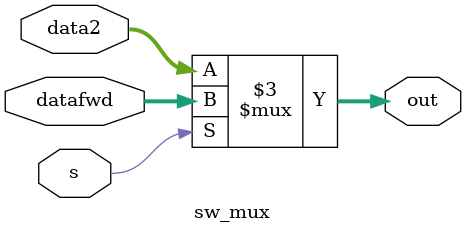
<source format=v>
`timescale 1ns / 1ps


module sw_mux(
    input [31:0] data2,
    input [31:0] datafwd,
    input s,
    output reg [31:0] out
    );
    always@* begin
        if(s) out<=datafwd;
        else out<=data2;
    end
endmodule

</source>
